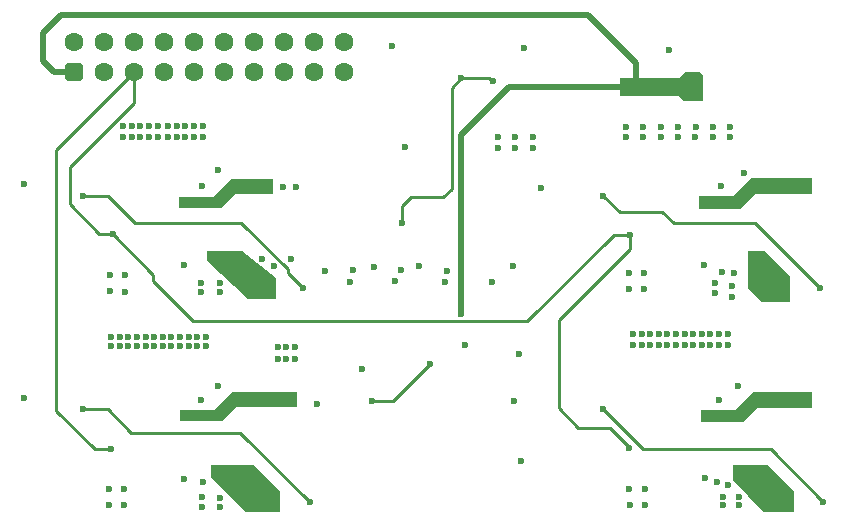
<source format=gbl>
G04*
G04 #@! TF.GenerationSoftware,Altium Limited,Altium Designer,23.4.1 (23)*
G04*
G04 Layer_Physical_Order=4*
G04 Layer_Color=16711680*
%FSLAX44Y44*%
%MOMM*%
G71*
G04*
G04 #@! TF.SameCoordinates,D2C56FB1-3194-4FD5-B733-79DB95D4BDB6*
G04*
G04*
G04 #@! TF.FilePolarity,Positive*
G04*
G01*
G75*
%ADD71C,0.2540*%
%ADD72C,0.5080*%
%ADD78C,1.6000*%
G04:AMPARAMS|DCode=79|XSize=1.6mm|YSize=1.6mm|CornerRadius=0.4mm|HoleSize=0mm|Usage=FLASHONLY|Rotation=0.000|XOffset=0mm|YOffset=0mm|HoleType=Round|Shape=RoundedRectangle|*
%AMROUNDEDRECTD79*
21,1,1.6000,0.8000,0,0,0.0*
21,1,0.8000,1.6000,0,0,0.0*
1,1,0.8000,0.4000,-0.4000*
1,1,0.8000,-0.4000,-0.4000*
1,1,0.8000,-0.4000,0.4000*
1,1,0.8000,0.4000,0.4000*
%
%ADD79ROUNDEDRECTD79*%
%ADD80C,0.6000*%
G36*
X1397762Y402590D02*
X1434084D01*
X1456182Y380492D01*
Y362712D01*
X1427226D01*
X1397762Y392176D01*
Y402590D01*
D02*
G37*
G36*
X1371346Y449580D02*
X1392174D01*
X1396238D01*
X1400048D01*
X1415288Y464820D01*
X1432052D01*
X1470152D01*
Y451866D01*
X1418590D01*
X1406652Y439928D01*
X1371346D01*
Y449580D01*
D02*
G37*
G36*
X1393952Y583692D02*
X1423416D01*
X1452372Y561594D01*
Y543814D01*
X1428750D01*
X1393952Y575310D01*
Y583692D01*
D02*
G37*
G36*
X1370772Y629775D02*
X1391600D01*
X1395664D01*
X1399474D01*
X1414714Y645015D01*
X1431478D01*
X1450086D01*
Y632061D01*
X1418016D01*
X1406078Y620123D01*
X1370772D01*
Y629775D01*
D02*
G37*
G36*
X1839468Y402844D02*
X1868678D01*
X1890776Y380746D01*
Y362966D01*
X1864645Y362966D01*
X1839468Y390131D01*
Y402844D01*
D02*
G37*
G36*
X1812290Y449072D02*
X1833118D01*
X1837182D01*
X1840992D01*
X1856232Y464312D01*
X1872996D01*
X1906778D01*
Y451358D01*
X1859534D01*
X1847596Y439420D01*
X1812290D01*
Y449072D01*
D02*
G37*
G36*
X1851914Y583692D02*
X1866392D01*
X1887982Y562102D01*
Y541020D01*
X1863344D01*
X1851914Y552450D01*
Y583692D01*
D02*
G37*
G36*
X1743517Y730629D02*
Y715008D01*
X1793809D01*
X1797619Y711198D01*
X1813814D01*
Y733044D01*
X1811530Y735328D01*
X1799143D01*
X1794703Y730887D01*
X1743517Y730629D01*
D02*
G37*
G36*
X1811020Y630428D02*
X1831848D01*
X1835912D01*
X1839722D01*
X1854962Y645668D01*
X1871726D01*
X1906270D01*
Y632714D01*
X1858264D01*
X1845564Y620014D01*
X1811020D01*
Y630428D01*
D02*
G37*
D71*
X1348690Y558596D02*
X1382522Y524764D01*
X1303020Y598424D02*
X1314196D01*
X1277874Y623570D02*
X1303020Y598424D01*
X1348690Y558596D02*
Y563930D01*
X1314196Y598424D02*
X1348690Y563930D01*
X1312672Y416052D02*
X1313180Y416560D01*
X1299464Y416052D02*
X1312672D01*
X1751543Y417281D02*
Y417871D01*
X1735269Y434145D02*
X1751543Y417871D01*
X1708563Y434145D02*
X1735269D01*
X1738376Y597916D02*
X1752346D01*
X1691894Y525526D02*
X1752346Y585978D01*
Y597916D01*
X1665224Y524764D02*
X1738376Y597916D01*
X1422494Y430276D02*
X1481156Y371614D01*
X1329944Y430276D02*
X1422494D01*
X1423079Y608076D02*
X1462700Y568456D01*
Y565628D02*
Y568456D01*
X1333500Y608076D02*
X1423079D01*
X1462700Y565628D02*
X1475502Y552825D01*
X1609090Y730156D02*
X1632632D01*
X1635078Y727710D01*
X1636014D01*
X1601216Y636778D02*
Y722282D01*
X1609090Y730156D01*
X1594358Y629920D02*
X1601216Y636778D01*
X1871512Y416052D02*
X1915696Y371868D01*
X1763722Y416052D02*
X1871512D01*
X1382522Y524764D02*
X1665224D01*
X1567180Y629920D02*
X1594358D01*
X1559560Y607568D02*
Y622300D01*
X1567180Y629920D01*
X1534264Y457096D02*
X1551328D01*
X1582674Y488442D01*
X1266698Y669544D02*
X1332484Y735330D01*
X1266698Y448818D02*
Y669544D01*
X1332484Y709676D02*
Y735330D01*
X1277874Y655066D02*
X1332484Y709676D01*
X1277874Y623570D02*
Y655066D01*
X1289304Y450088D02*
X1310132D01*
X1329944Y430276D01*
X1289492Y631045D02*
X1310531D01*
X1333500Y608076D01*
X1779524Y617220D02*
X1789176Y607568D01*
X1858555D02*
X1913310Y552813D01*
X1789176Y607568D02*
X1858555D01*
X1729668Y631045D02*
X1743493Y617220D01*
X1779524D01*
X1691894Y450814D02*
Y525526D01*
Y450814D02*
X1708563Y434145D01*
X1266698Y448818D02*
X1299464Y416052D01*
X1729686Y450088D02*
X1763722Y416052D01*
D72*
X1773174Y722188D02*
X1773306Y722320D01*
X1773689D01*
X1649730Y722630D02*
X1756996D01*
Y743634D01*
X1716786Y783844D02*
X1756996Y743634D01*
X1609344Y530812D02*
Y682244D01*
X1649730Y722630D01*
X1270254Y783844D02*
X1716786D01*
X1255268Y744910D02*
Y768858D01*
X1270254Y783844D01*
X1264848Y735330D02*
X1281684D01*
X1255268Y744910D02*
X1264848Y735330D01*
D78*
X1357884D02*
D03*
X1383284D02*
D03*
X1510284Y760730D02*
D03*
X1484884D02*
D03*
X1459484Y760730D02*
D03*
X1510284Y735330D02*
D03*
X1484884D02*
D03*
X1459484D02*
D03*
X1281684Y760730D02*
D03*
X1307084Y735330D02*
D03*
X1307084Y760730D02*
D03*
X1332484Y735330D02*
D03*
Y760730D02*
D03*
X1357884D02*
D03*
X1408684Y735330D02*
D03*
X1383284Y760730D02*
D03*
X1408684D02*
D03*
X1434084Y735330D02*
D03*
Y760730D02*
D03*
D79*
X1281684Y735330D02*
D03*
D80*
X1314196Y598424D02*
D03*
X1313180Y416560D02*
D03*
X1751543Y417281D02*
D03*
X1402080Y577850D02*
D03*
X1402588Y397589D02*
D03*
X1844548Y395684D02*
D03*
Y376174D02*
D03*
X1874548Y371868D02*
D03*
X1844294Y368808D02*
D03*
X1885696Y371868D02*
D03*
X1517650Y567944D02*
D03*
X1558290D02*
D03*
X1597406Y567436D02*
D03*
X1752346Y597916D02*
D03*
X1824228Y556768D02*
D03*
X1838452Y545338D02*
D03*
X1838960Y554736D02*
D03*
X1823974Y548132D02*
D03*
X1390142Y367284D02*
D03*
X1404874Y375158D02*
D03*
X1389888Y375412D02*
D03*
X1815222Y572383D02*
D03*
X1868180Y549777D02*
D03*
X1883646D02*
D03*
X1840738Y565658D02*
D03*
X1830578Y565912D02*
D03*
X1435182Y371868D02*
D03*
X1481156Y371614D02*
D03*
X1451156D02*
D03*
X1494028Y567436D02*
D03*
X1389888Y639318D02*
D03*
X1436116Y638302D02*
D03*
X1458468D02*
D03*
X1469644D02*
D03*
X1389126Y457708D02*
D03*
X1453134Y457962D02*
D03*
X1435100Y458216D02*
D03*
X1465834D02*
D03*
X1848612Y650494D02*
D03*
X1901444Y639064D02*
D03*
X1890776Y639318D02*
D03*
X1875028Y639064D02*
D03*
X1829308D02*
D03*
X1901444Y457962D02*
D03*
X1892300D02*
D03*
X1874266Y457708D02*
D03*
X1390396Y388112D02*
D03*
X1815592Y391668D02*
D03*
X1835404Y386334D02*
D03*
X1404874Y367284D02*
D03*
X1465326Y577088D02*
D03*
X1451102Y570992D02*
D03*
X1440688Y577342D02*
D03*
X1827290Y458078D02*
D03*
X1635506Y558024D02*
D03*
X1653032Y571000D02*
D03*
X1595374Y558024D02*
D03*
X1535430Y570366D02*
D03*
X1515618Y558024D02*
D03*
X1573530Y571000D02*
D03*
X1772920Y722630D02*
D03*
X1757172D02*
D03*
X1662684Y755650D02*
D03*
X1636014Y727710D02*
D03*
X1609090Y730156D02*
D03*
X1915696Y371868D02*
D03*
X1445502Y552825D02*
D03*
X1475502D02*
D03*
X1389380Y557022D02*
D03*
Y549402D02*
D03*
X1404874Y557022D02*
D03*
Y549402D02*
D03*
X1658620Y496570D02*
D03*
X1382268Y624586D02*
D03*
X1374902D02*
D03*
X1434354Y552825D02*
D03*
X1862707Y580668D02*
D03*
X1831770Y623285D02*
D03*
X1816862Y624840D02*
D03*
X1820926Y442976D02*
D03*
X1831788Y442328D02*
D03*
X1785112Y754634D02*
D03*
X1311910Y563372D02*
D03*
X1403350Y469900D02*
D03*
X1550924Y757936D02*
D03*
X1562100Y672084D02*
D03*
X1525778Y483870D02*
D03*
X1487170Y454914D02*
D03*
X1612392Y504698D02*
D03*
X1552956Y559054D02*
D03*
X1660144Y406146D02*
D03*
X1654302Y456946D02*
D03*
X1383122Y689864D02*
D03*
X1390396D02*
D03*
X1361302D02*
D03*
X1368575D02*
D03*
X1375849D02*
D03*
X1361302Y680974D02*
D03*
X1368575D02*
D03*
X1375849D02*
D03*
X1383122D02*
D03*
X1390396D02*
D03*
X1345022Y689864D02*
D03*
X1352296D02*
D03*
X1323201D02*
D03*
X1330475D02*
D03*
X1337749D02*
D03*
X1323201Y680974D02*
D03*
X1330475D02*
D03*
X1337749D02*
D03*
X1345022D02*
D03*
X1352296D02*
D03*
X1461354Y502412D02*
D03*
X1468628D02*
D03*
X1454081D02*
D03*
Y493014D02*
D03*
X1461354D02*
D03*
X1468628D02*
D03*
X1342274Y503428D02*
D03*
X1335001D02*
D03*
X1327727D02*
D03*
X1320454D02*
D03*
X1313180D02*
D03*
X1349548D02*
D03*
X1385916D02*
D03*
X1378643D02*
D03*
X1371369D02*
D03*
X1364095D02*
D03*
X1356822D02*
D03*
X1393190D02*
D03*
X1327727Y511556D02*
D03*
X1320454D02*
D03*
X1313180D02*
D03*
X1349548D02*
D03*
X1342274D02*
D03*
X1335001D02*
D03*
X1371369D02*
D03*
X1364095D02*
D03*
X1356822D02*
D03*
X1393190D02*
D03*
X1385916D02*
D03*
X1378643D02*
D03*
X1609344Y530812D02*
D03*
X1655318Y671576D02*
D03*
X1670050D02*
D03*
X1640586D02*
D03*
X1820349Y513588D02*
D03*
X1827622D02*
D03*
X1834896D02*
D03*
X1798528D02*
D03*
X1805801D02*
D03*
X1813075D02*
D03*
X1776707D02*
D03*
X1783981D02*
D03*
X1791254D02*
D03*
X1754886D02*
D03*
X1762160D02*
D03*
X1769433D02*
D03*
X1834896Y504190D02*
D03*
X1798528D02*
D03*
X1805801D02*
D03*
X1813075D02*
D03*
X1820349D02*
D03*
X1827622D02*
D03*
X1791254D02*
D03*
X1754886D02*
D03*
X1762160D02*
D03*
X1769433D02*
D03*
X1776707D02*
D03*
X1783981D02*
D03*
X1837182Y680466D02*
D03*
X1822450D02*
D03*
X1807718D02*
D03*
X1792986D02*
D03*
X1778254D02*
D03*
X1763522D02*
D03*
X1748790D02*
D03*
X1670050Y680720D02*
D03*
X1655318D02*
D03*
X1640586D02*
D03*
X1749044Y689102D02*
D03*
X1763734D02*
D03*
X1778423D02*
D03*
X1793113D02*
D03*
X1807802D02*
D03*
X1822492D02*
D03*
X1837182D02*
D03*
X1804416Y722630D02*
D03*
X1559560Y607568D02*
D03*
X1609344Y629666D02*
D03*
X1582674Y488442D02*
D03*
X1534264Y457096D02*
D03*
X1825956Y388863D02*
D03*
X1831340Y376169D02*
D03*
Y369051D02*
D03*
X1374858Y391426D02*
D03*
X1375046Y572383D02*
D03*
X1312164Y549910D02*
D03*
X1676654Y637032D02*
D03*
X1844040Y469392D02*
D03*
X1403350Y652780D02*
D03*
X1239012Y459232D02*
D03*
X1239266Y640588D02*
D03*
X1752092Y369062D02*
D03*
X1765046Y368808D02*
D03*
X1751838Y382524D02*
D03*
X1765046D02*
D03*
X1311148Y369316D02*
D03*
X1324102Y369062D02*
D03*
X1310894Y382778D02*
D03*
X1324102D02*
D03*
X1325118Y549656D02*
D03*
Y563372D02*
D03*
X1764284Y565404D02*
D03*
X1751076D02*
D03*
X1764284Y551688D02*
D03*
X1751330Y551942D02*
D03*
X1913310Y552813D02*
D03*
X1729668Y631045D02*
D03*
X1729686Y450088D02*
D03*
X1383030Y442976D02*
D03*
X1375137Y443070D02*
D03*
X1289304Y450088D02*
D03*
X1289492Y631045D02*
D03*
M02*

</source>
